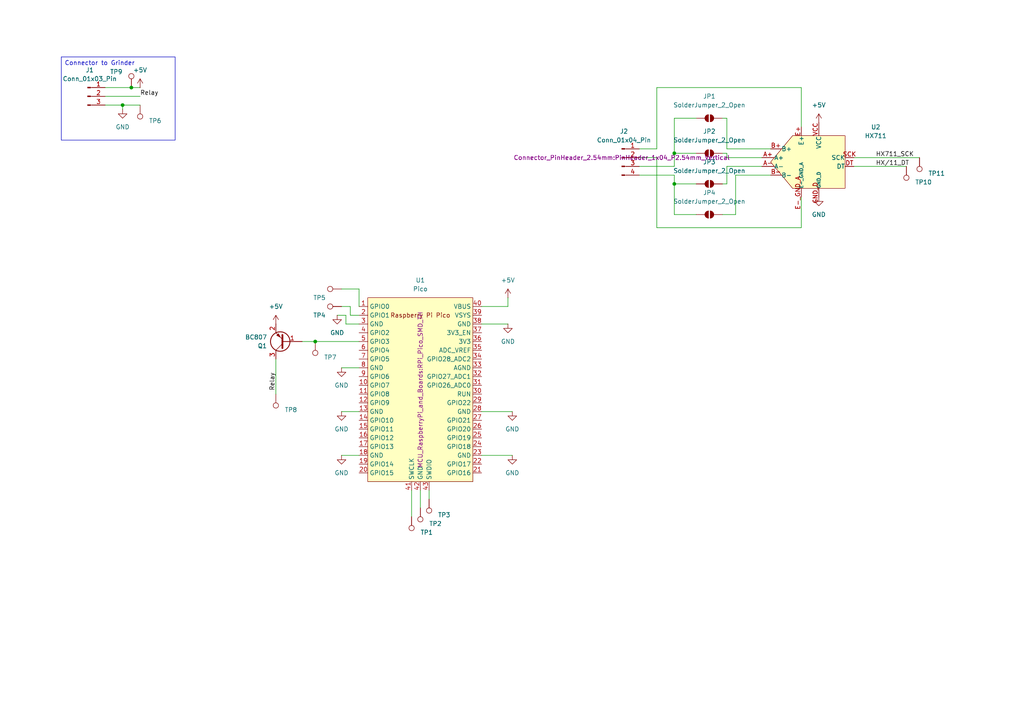
<source format=kicad_sch>
(kicad_sch (version 20231120) (generator "eeschema") (generator_version "8.0")
  (paper "A4")
  (lib_symbols
    (symbol "Connector:Conn_01x03_Pin" (pin_names (offset 1.016) hide)
      (property "Reference" "J" (at 0 5.08 0))
      (property "Value" "Conn_01x03_Pin" (at 0 -5.08 0))
      (symbol "Conn_01x03_Pin_1_1"
        (polyline (pts (xy 1.27 -2.54) (xy 0.8636 -2.54)) (stroke (width 0.1524)))
        (polyline (pts (xy 1.27 0) (xy 0.8636 0)) (stroke (width 0.1524)))
        (polyline (pts (xy 1.27 2.54) (xy 0.8636 2.54)) (stroke (width 0.1524)))
        (rectangle (start 0.8636 -2.413) (end 0 -2.667) (stroke (width 0.1524)) (fill (type outline)))
        (rectangle (start 0.8636 0.127) (end 0 -0.127) (stroke (width 0.1524)) (fill (type outline)))
        (rectangle (start 0.8636 2.667) (end 0 2.413) (stroke (width 0.1524)) (fill (type outline)))
        (pin passive line (at 5.08 2.54 180) (length 3.81) (name "Pin_1") (number "1"))
        (pin passive line (at 5.08 0 180) (length 3.81) (name "Pin_2") (number "2"))
        (pin passive line (at 5.08 -2.54 180) (length 3.81) (name "Pin_3") (number "3"))
      )
    )
    (symbol "Connector:Conn_01x04_Pin" (pin_names (offset 1.016) hide)
      (property "Reference" "J" (at 0 5.08 0))
      (property "Value" "Conn_01x04_Pin" (at 0 -7.62 0))
      (symbol "Conn_01x04_Pin_1_1"
        (polyline (pts (xy 1.27 -5.08) (xy 0.8636 -5.08)) (stroke (width 0.1524)))
        (polyline (pts (xy 1.27 -2.54) (xy 0.8636 -2.54)) (stroke (width 0.1524)))
        (polyline (pts (xy 1.27 0) (xy 0.8636 0)) (stroke (width 0.1524)))
        (polyline (pts (xy 1.27 2.54) (xy 0.8636 2.54)) (stroke (width 0.1524)))
        (rectangle (start 0.8636 -4.953) (end 0 -5.207) (stroke (width 0.1524)) (fill (type outline)))
        (rectangle (start 0.8636 -2.413) (end 0 -2.667) (stroke (width 0.1524)) (fill (type outline)))
        (rectangle (start 0.8636 0.127) (end 0 -0.127) (stroke (width 0.1524)) (fill (type outline)))
        (rectangle (start 0.8636 2.667) (end 0 2.413) (stroke (width 0.1524)) (fill (type outline)))
        (pin passive line (at 5.08 2.54 180) (length 3.81) (name "Pin_1") (number "1"))
        (pin passive line (at 5.08 0 180) (length 3.81) (name "Pin_2") (number "2"))
        (pin passive line (at 5.08 -2.54 180) (length 3.81) (name "Pin_3") (number "3"))
        (pin passive line (at 5.08 -5.08 180) (length 3.81) (name "Pin_4") (number "4"))
      )
    )
    (symbol "Connector:TestPoint" (pin_numbers hide) (pin_names (offset 0.762) hide)
      (property "Reference" "TP" (at 0 6.858 0))
      (property "Value" "TestPoint" (at 0 5.08 0))
      (symbol "TestPoint_0_1"
        (circle (center 0 3.302) (radius 0.762))
      )
      (symbol "TestPoint_1_1"
        (pin passive line (at 0 0 90) (length 2.54) (name "1") (number "1"))
      )
    )
    (symbol "Jumper:SolderJumper_2_Open" (pin_numbers hide) (pin_names (offset 0) hide) (exclude_from_sim yes) (in_bom no)
      (property "Reference" "JP" (at 0 2.032 0))
      (property "Value" "SolderJumper_2_Open" (at 0 -2.54 0))
      (symbol "SolderJumper_2_Open_0_1"
        (arc (start -0.254 1.016) (mid -1.2656 0) (end -0.254 -1.016))
        (arc (start -0.254 1.016) (mid -1.2656 0) (end -0.254 -1.016) (fill (type outline)))
        (polyline (pts (xy -0.254 1.016) (xy -0.254 -1.016)))
        (polyline (pts (xy 0.254 1.016) (xy 0.254 -1.016)))
        (arc (start 0.254 -1.016) (mid 1.2656 0) (end 0.254 1.016))
        (arc (start 0.254 -1.016) (mid 1.2656 0) (end 0.254 1.016) (fill (type outline)))
      )
      (symbol "SolderJumper_2_Open_1_1"
        (pin passive line (at -3.81 0 0) (length 2.54) (name "A") (number "1"))
        (pin passive line (at 3.81 0 180) (length 2.54) (name "B") (number "2"))
      )
    )
    (symbol "MCU_RaspberryPi_and_Boards:Pico"
      (property "Reference" "U" (at -13.97 27.94 0))
      (property "Value" "Pico" (at 0 19.05 0))
      (symbol "Pico_0_0"
        (text "Raspberry Pi Pico" (at 0 21.59 0) (effects (font (size 1.27 1.27))))
      )
      (symbol "Pico_0_1"
        (rectangle (start -15.24 26.67) (end 15.24 -26.67) (fill (type background)))
      )
      (symbol "Pico_1_1"
        (pin bidirectional line (at -17.78 24.13 0) (length 2.54) (name "GPIO0") (number "1"))
        (pin bidirectional line (at -17.78 1.27 0) (length 2.54) (name "GPIO7") (number "10"))
        (pin bidirectional line (at -17.78 -1.27 0) (length 2.54) (name "GPIO8") (number "11"))
        (pin bidirectional line (at -17.78 -3.81 0) (length 2.54) (name "GPIO9") (number "12"))
        (pin power_in line (at -17.78 -6.35 0) (length 2.54) (name "GND") (number "13"))
        (pin bidirectional line (at -17.78 -8.89 0) (length 2.54) (name "GPIO10") (number "14"))
        (pin bidirectional line (at -17.78 -11.43 0) (length 2.54) (name "GPIO11") (number "15"))
        (pin bidirectional line (at -17.78 -13.97 0) (length 2.54) (name "GPIO12") (number "16"))
        (pin bidirectional line (at -17.78 -16.51 0) (length 2.54) (name "GPIO13") (number "17"))
        (pin power_in line (at -17.78 -19.05 0) (length 2.54) (name "GND") (number "18"))
        (pin bidirectional line (at -17.78 -21.59 0) (length 2.54) (name "GPIO14") (number "19"))
        (pin bidirectional line (at -17.78 21.59 0) (length 2.54) (name "GPIO1") (number "2"))
        (pin bidirectional line (at -17.78 -24.13 0) (length 2.54) (name "GPIO15") (number "20"))
        (pin bidirectional line (at 17.78 -24.13 180) (length 2.54) (name "GPIO16") (number "21"))
        (pin bidirectional line (at 17.78 -21.59 180) (length 2.54) (name "GPIO17") (number "22"))
        (pin power_in line (at 17.78 -19.05 180) (length 2.54) (name "GND") (number "23"))
        (pin bidirectional line (at 17.78 -16.51 180) (length 2.54) (name "GPIO18") (number "24"))
        (pin bidirectional line (at 17.78 -13.97 180) (length 2.54) (name "GPIO19") (number "25"))
        (pin bidirectional line (at 17.78 -11.43 180) (length 2.54) (name "GPIO20") (number "26"))
        (pin bidirectional line (at 17.78 -8.89 180) (length 2.54) (name "GPIO21") (number "27"))
        (pin power_in line (at 17.78 -6.35 180) (length 2.54) (name "GND") (number "28"))
        (pin bidirectional line (at 17.78 -3.81 180) (length 2.54) (name "GPIO22") (number "29"))
        (pin power_in line (at -17.78 19.05 0) (length 2.54) (name "GND") (number "3"))
        (pin input line (at 17.78 -1.27 180) (length 2.54) (name "RUN") (number "30"))
        (pin bidirectional line (at 17.78 1.27 180) (length 2.54) (name "GPIO26_ADC0") (number "31"))
        (pin bidirectional line (at 17.78 3.81 180) (length 2.54) (name "GPIO27_ADC1") (number "32"))
        (pin power_in line (at 17.78 6.35 180) (length 2.54) (name "AGND") (number "33"))
        (pin bidirectional line (at 17.78 8.89 180) (length 2.54) (name "GPIO28_ADC2") (number "34"))
        (pin power_in line (at 17.78 11.43 180) (length 2.54) (name "ADC_VREF") (number "35"))
        (pin power_in line (at 17.78 13.97 180) (length 2.54) (name "3V3") (number "36"))
        (pin input line (at 17.78 16.51 180) (length 2.54) (name "3V3_EN") (number "37"))
        (pin bidirectional line (at 17.78 19.05 180) (length 2.54) (name "GND") (number "38"))
        (pin power_in line (at 17.78 21.59 180) (length 2.54) (name "VSYS") (number "39"))
        (pin bidirectional line (at -17.78 16.51 0) (length 2.54) (name "GPIO2") (number "4"))
        (pin power_in line (at 17.78 24.13 180) (length 2.54) (name "VBUS") (number "40"))
        (pin input line (at -2.54 -29.21 90) (length 2.54) (name "SWCLK") (number "41"))
        (pin power_in line (at 0 -29.21 90) (length 2.54) (name "GND") (number "42"))
        (pin bidirectional line (at 2.54 -29.21 90) (length 2.54) (name "SWDIO") (number "43"))
        (pin bidirectional line (at -17.78 13.97 0) (length 2.54) (name "GPIO3") (number "5"))
        (pin bidirectional line (at -17.78 11.43 0) (length 2.54) (name "GPIO4") (number "6"))
        (pin bidirectional line (at -17.78 8.89 0) (length 2.54) (name "GPIO5") (number "7"))
        (pin power_in line (at -17.78 6.35 0) (length 2.54) (name "GND") (number "8"))
        (pin bidirectional line (at -17.78 3.81 0) (length 2.54) (name "GPIO6") (number "9"))
      )
    )
    (symbol "Transistor_BJT:BC807" (pin_names (offset 0) hide)
      (property "Reference" "Q" (at 5.08 1.905 0))
      (property "Value" "BC807" (at 5.08 0 0))
      (symbol "BC807_0_1"
        (polyline (pts (xy 0.635 0.635) (xy 2.54 2.54)))
        (polyline (pts (xy 0.635 -0.635) (xy 2.54 -2.54) (xy 2.54 -2.54)))
        (polyline (pts (xy 0.635 1.905) (xy 0.635 -1.905) (xy 0.635 -1.905)) (stroke (width 0.508)))
        (polyline (pts (xy 2.286 -1.778) (xy 1.778 -2.286) (xy 1.27 -1.27) (xy 2.286 -1.778) (xy 2.286 -1.778)) (fill (type outline)))
        (circle (center 1.27 0) (radius 2.8194) (stroke (width 0.254)))
      )
      (symbol "BC807_1_1"
        (pin input line (at -5.08 0 0) (length 5.715) (name "B") (number "1"))
        (pin passive line (at 2.54 -5.08 90) (length 2.54) (name "E") (number "2"))
        (pin passive line (at 2.54 5.08 270) (length 2.54) (name "C") (number "3"))
      )
    )
    (symbol "hx711:HX711" (pin_names (offset 0.0254))
      (property "Reference" "U2" (at 16.51 10.1286 0))
      (property "Value" "HX711" (at 16.51 7.5886 0))
      (symbol "HX711_0_1"
        (polyline (pts (xy -7.62 7.62) (xy -13.97 0) (xy -7.62 -7.62)) (fill (type background)))
        (polyline (pts (xy -7.62 7.62) (xy 7.62 7.62) (xy 7.62 -7.62) (xy -7.62 -7.62)) (fill (type background)))
      )
      (symbol "HX711_1_1"
        (pin input line (at -16.51 1.27 0) (length 3.5052) (name "A+") (number "A+"))
        (pin input line (at -16.51 -1.27 0) (length 3.5052) (name "A-") (number "A-"))
        (pin input line (at -13.97 3.81 0) (length 3.0988) (name "B+") (number "B+"))
        (pin input line (at -13.97 -3.81 0) (length 3.0988) (name "B-") (number "B-"))
        (pin output line (at 10.16 -1.27 180) (length 2.54) (name "DT") (number "DT"))
        (pin power_in line (at -5.08 10.16 270) (length 2.4384) (name "E+") (number "E+"))
        (pin power_out line (at -5.08 -10.16 90) (length 2.4384) (name "E-_GND_A") (number "E-_GND_A"))
        (pin power_in line (at 0 -10.16 90) (length 2.4384) (name "GND_D") (number "GND_D"))
        (pin input line (at 10.16 1.27 180) (length 2.54) (name "SCK") (number "SCK"))
        (pin power_in line (at 0 11.43 270) (length 3.8354) (name "VCC") (number "VCC"))
      )
    )
    (symbol "power:+5V" (power) (pin_numbers hide) (pin_names (offset 0) hide)
      (property "Value" "+5V" (at 0 3.556 0))
      (symbol "+5V_0_1"
        (polyline (pts (xy -0.762 1.27) (xy 0 2.54)))
        (polyline (pts (xy 0 0) (xy 0 2.54)))
        (polyline (pts (xy 0 2.54) (xy 0.762 1.27)))
      )
      (symbol "+5V_1_1"
        (pin power_in line (at 0 0 90) (length 0) (name "~") (number "1"))
      )
    )
    (symbol "power:GND" (power) (pin_numbers hide) (pin_names (offset 0) hide)
      (property "Value" "GND" (at 0 -3.81 0))
      (symbol "GND_0_1"
        (polyline (pts (xy 0 0) (xy 0 -1.27) (xy 1.27 -1.27) (xy 0 -2.54) (xy -1.27 -1.27) (xy 0 -1.27)))
      )
      (symbol "GND_1_1"
        (pin power_in line (at 0 0 270) (length 0) (name "~") (number "1"))
      )
    )
  )
  (junction (at 195.58 53.34))
  (junction (at 38.1 25.4))
  (junction (at 35.56 30.48))
  (junction (at 195.58 44.45))
  (junction (at 91.44 99.06))
  (wire (pts (xy 139.7 119.38) (xy 148.59 119.38)))
  (wire (pts (xy 38.1 25.4) (xy 40.64 25.4)))
  (wire (pts (xy 210.82 48.26) (xy 220.98 48.26)))
  (wire (pts (xy 35.56 30.48) (xy 40.64 30.48)))
  (wire (pts (xy 195.58 50.8) (xy 195.58 53.34)))
  (wire (pts (xy 147.32 88.9) (xy 139.7 88.9)))
  (wire (pts (xy 99.06 106.68) (xy 104.14 106.68)))
  (wire (pts (xy 99.06 119.38) (xy 104.14 119.38)))
  (wire (pts (xy 30.48 30.48) (xy 35.56 30.48)))
  (wire (pts (xy 190.5 25.4) (xy 190.5 43.18)))
  (wire (pts (xy 247.65 45.72) (xy 266.7 45.72)))
  (wire (pts (xy 100.33 93.98) (xy 104.14 93.98)))
  (wire (pts (xy 190.5 43.18) (xy 185.42 43.18)))
  (wire (pts (xy 195.58 34.29) (xy 195.58 44.45)))
  (wire (pts (xy 213.36 50.8) (xy 213.36 62.23)))
  (wire (pts (xy 201.93 34.29) (xy 195.58 34.29)))
  (wire (pts (xy 121.92 142.24) (xy 121.92 147.32)))
  (wire (pts (xy 209.55 53.34) (xy 210.82 53.34)))
  (wire (pts (xy 30.48 25.4) (xy 38.1 25.4)))
  (wire (pts (xy 210.82 53.34) (xy 210.82 48.26)))
  (wire (pts (xy 232.41 25.4) (xy 190.5 25.4)))
  (wire (pts (xy 210.82 45.72) (xy 220.98 45.72)))
  (wire (pts (xy 97.79 91.44) (xy 100.33 91.44)))
  (wire (pts (xy 101.6 91.44) (xy 104.14 91.44)))
  (wire (pts (xy 99.06 83.82) (xy 104.14 83.82)))
  (wire (pts (xy 195.58 44.45) (xy 195.58 48.26)))
  (wire (pts (xy 210.82 43.18) (xy 223.52 43.18)))
  (wire (pts (xy 195.58 62.23) (xy 201.93 62.23)))
  (wire (pts (xy 139.7 132.08) (xy 148.59 132.08)))
  (wire (pts (xy 100.33 91.44) (xy 100.33 93.98)))
  (wire (pts (xy 232.41 57.15) (xy 232.41 66.04)))
  (wire (pts (xy 104.14 83.82) (xy 104.14 88.9)))
  (wire (pts (xy 209.55 34.29) (xy 210.82 34.29)))
  (wire (pts (xy 147.32 93.98) (xy 139.7 93.98)))
  (wire (pts (xy 99.06 132.08) (xy 104.14 132.08)))
  (wire (pts (xy 119.38 142.24) (xy 119.38 149.86)))
  (wire (pts (xy 101.6 88.9) (xy 101.6 91.44)))
  (wire (pts (xy 210.82 34.29) (xy 210.82 43.18)))
  (wire (pts (xy 209.55 44.45) (xy 210.82 44.45)))
  (wire (pts (xy 30.48 27.94) (xy 40.64 27.94)))
  (wire (pts (xy 209.55 62.23) (xy 213.36 62.23)))
  (wire (pts (xy 80.01 104.14) (xy 80.01 114.3)))
  (wire (pts (xy 190.5 66.04) (xy 190.5 45.72)))
  (wire (pts (xy 195.58 48.26) (xy 185.42 48.26)))
  (wire (pts (xy 99.06 88.9) (xy 101.6 88.9)))
  (wire (pts (xy 87.63 99.06) (xy 91.44 99.06)))
  (wire (pts (xy 147.32 86.36) (xy 147.32 88.9)))
  (wire (pts (xy 210.82 44.45) (xy 210.82 45.72)))
  (wire (pts (xy 247.65 48.26) (xy 262.89 48.26)))
  (wire (pts (xy 201.93 53.34) (xy 195.58 53.34)))
  (wire (pts (xy 35.56 30.48) (xy 35.56 31.75)))
  (wire (pts (xy 195.58 53.34) (xy 195.58 62.23)))
  (wire (pts (xy 232.41 66.04) (xy 190.5 66.04)))
  (wire (pts (xy 190.5 45.72) (xy 185.42 45.72)))
  (wire (pts (xy 223.52 50.8) (xy 213.36 50.8)))
  (wire (pts (xy 232.41 36.83) (xy 232.41 25.4)))
  (wire (pts (xy 124.46 142.24) (xy 124.46 144.78)))
  (wire (pts (xy 91.44 99.06) (xy 104.14 99.06)))
  (wire (pts (xy 185.42 50.8) (xy 195.58 50.8)))
  (wire (pts (xy 195.58 44.45) (xy 201.93 44.45)))
  (text_box "Connector to Grinder\n" (at 17.78 16.51 0) (size 33.02 24.13) (effects (font (size 1.27 1.27)) (justify left top)))
  (label "HX711_SCK" (at 254 45.72 0))
  (label "HX{slash}11_DT" (at 254 48.26 0))
  (label "Relay" (at 40.64 27.94 0))
  (label "Relay" (at 80.01 107.95 270))
  (symbol (lib_id "Connector:TestPoint") (at 91.44 99.06 0) (mirror x) (unit 1)
    (property "Reference" "TP7" (at 93.98 103.6321 0) (effects (justify left)))
    (property "Value" "TestPoint" (effects (hide yes)))
    (property "Footprint" "TestPoint:TestPoint_Pad_D2.0mm" (effects (hide yes)))
    (property "Description" "test point" (effects (hide yes)))
  )
  (symbol (lib_id "power:GND") (at 97.79 91.44 0) (unit 1)
    (property "Reference" "#PWR010" (effects (hide yes)))
    (property "Value" "GND" (at 97.79 96.52 0))
    (property "Description" "Power symbol creates a global label with name \"GND\" , ground" (effects (hide yes)))
  )
  (symbol (lib_id "MCU_RaspberryPi_and_Boards:Pico") (at 121.92 113.03 0) (unit 1)
    (property "Reference" "U1" (at 121.92 81.28 0))
    (property "Value" "Pico" (at 121.92 83.82 0))
    (property "Footprint" "MCU_RaspberryPi_and_Boards:RPi_Pico_SMD_TH" (at 121.92 113.03 90))
  )
  (symbol (lib_id "Connector:TestPoint") (at 99.06 88.9 90) (mirror x) (unit 1)
    (property "Reference" "TP4" (at 94.4879 91.44 90) (effects (justify left)))
    (property "Value" "TestPoint" (effects (hide yes)))
    (property "Footprint" "TestPoint:TestPoint_Pad_D2.0mm" (effects (hide yes)))
    (property "Description" "test point" (effects (hide yes)))
  )
  (symbol (lib_id "Connector:Conn_01x03_Pin") (at 25.4 27.94 0) (unit 1)
    (property "Reference" "J1" (at 26.035 20.32 0))
    (property "Value" "Conn_01x03_Pin" (at 26.035 22.86 0))
    (property "Footprint" "Connector_Wire:SolderWire-0.5sqmm_1x03_P4.6mm_D0.9mm_OD2.1mm_Relief" (effects (hide yes)))
    (property "Description" "Generic connector, single row, 01x03, script generated" (effects (hide yes)))
  )
  (symbol (lib_id "Connector:TestPoint") (at 121.92 147.32 0) (mirror x) (unit 1)
    (property "Reference" "TP2" (at 124.46 151.8921 0) (effects (justify left)))
    (property "Value" "TestPoint" (effects (hide yes)))
    (property "Footprint" "TestPoint:TestPoint_Pad_D2.0mm" (effects (hide yes)))
    (property "Description" "test point" (effects (hide yes)))
  )
  (symbol (lib_id "power:+5V") (at 237.49 35.56 0) (unit 1)
    (property "Reference" "#PWR012" (effects (hide yes)))
    (property "Value" "+5V" (at 237.49 30.48 0))
    (property "Description" "Power symbol creates a global label with name \"+5V\"" (effects (hide yes)))
  )
  (symbol (lib_id "Connector:TestPoint") (at 99.06 83.82 90) (mirror x) (unit 1)
    (property "Reference" "TP5" (at 94.4879 86.36 90) (effects (justify left)))
    (property "Value" "TestPoint" (effects (hide yes)))
    (property "Footprint" "TestPoint:TestPoint_Pad_D2.0mm" (effects (hide yes)))
    (property "Description" "test point" (effects (hide yes)))
  )
  (symbol (lib_id "power:+5V") (at 40.64 25.4 0) (unit 1)
    (property "Reference" "#PWR02" (effects (hide yes)))
    (property "Value" "+5V" (at 40.64 20.32 0))
    (property "Description" "Power symbol creates a global label with name \"+5V\"" (effects (hide yes)))
  )
  (symbol (lib_id "power:+5V") (at 147.32 86.36 0) (unit 1)
    (property "Reference" "#PWR03" (effects (hide yes)))
    (property "Value" "+5V" (at 147.32 81.28 0))
    (property "Description" "Power symbol creates a global label with name \"+5V\"" (effects (hide yes)))
  )
  (symbol (lib_id "power:GND") (at 99.06 119.38 0) (unit 1)
    (property "Reference" "#PWR08" (effects (hide yes)))
    (property "Value" "GND" (at 99.06 124.46 0))
    (property "Description" "Power symbol creates a global label with name \"GND\" , ground" (effects (hide yes)))
  )
  (symbol (lib_id "Transistor_BJT:BC807") (at 82.55 99.06 180) (unit 1)
    (property "Reference" "Q1" (at 77.47 100.3301 0) (effects (justify left)))
    (property "Value" "BC807" (at 77.47 97.7901 0) (effects (justify left)))
    (property "Footprint" "Package_TO_SOT_SMD:SOT-23" (effects (hide yes)))
    (property "Datasheet" "https://www.onsemi.com/pub/Collateral/BC808-D.pdf" (effects (hide yes)))
    (property "Description" "0.8A Ic, 45V Vce, PNP Transistor, SOT-23" (effects (hide yes)))
  )
  (symbol (lib_id "power:GND") (at 99.06 106.68 0) (unit 1)
    (property "Reference" "#PWR09" (effects (hide yes)))
    (property "Value" "GND" (at 99.06 111.76 0))
    (property "Description" "Power symbol creates a global label with name \"GND\" , ground" (effects (hide yes)))
  )
  (symbol (lib_id "Connector:TestPoint") (at 119.38 149.86 0) (mirror x) (unit 1)
    (property "Reference" "TP1" (at 121.92 154.4321 0) (effects (justify left)))
    (property "Value" "TestPoint" (effects (hide yes)))
    (property "Footprint" "TestPoint:TestPoint_Pad_D2.0mm" (effects (hide yes)))
    (property "Description" "test point" (effects (hide yes)))
  )
  (symbol (lib_id "Connector:TestPoint") (at 262.89 48.26 0) (mirror x) (unit 1)
    (property "Reference" "TP10" (at 265.43 52.8321 0) (effects (justify left)))
    (property "Value" "TestPoint" (effects (hide yes)))
    (property "Footprint" "TestPoint:TestPoint_Pad_D2.0mm" (effects (hide yes)))
    (property "Description" "test point" (effects (hide yes)))
  )
  (symbol (lib_id "power:GND") (at 147.32 93.98 0) (unit 1)
    (property "Reference" "#PWR04" (effects (hide yes)))
    (property "Value" "GND" (at 147.32 99.06 0))
    (property "Description" "Power symbol creates a global label with name \"GND\" , ground" (effects (hide yes)))
  )
  (symbol (lib_id "Jumper:SolderJumper_2_Open") (at 205.74 44.45 0) (unit 1) (exclude_from_sim yes) (in_bom no)
    (property "Reference" "JP2" (at 205.74 38.1 0))
    (property "Value" "SolderJumper_2_Open" (at 205.74 40.64 0))
    (property "Footprint" "Jumper:SolderJumper-2_P1.3mm_Open_TrianglePad1.0x1.5mm" (effects (hide yes)))
    (property "Description" "Solder Jumper, 2-pole, open" (effects (hide yes)))
  )
  (symbol (lib_id "Connector:TestPoint") (at 40.64 30.48 0) (mirror x) (unit 1)
    (property "Reference" "TP6" (at 43.18 35.0521 0) (effects (justify left)))
    (property "Value" "TestPoint" (effects (hide yes)))
    (property "Footprint" "TestPoint:TestPoint_Pad_D2.0mm" (effects (hide yes)))
    (property "Description" "test point" (effects (hide yes)))
  )
  (symbol (lib_id "power:GND") (at 237.49 57.15 0) (unit 1)
    (property "Reference" "#PWR011" (effects (hide yes)))
    (property "Value" "GND" (at 237.49 62.23 0))
    (property "Description" "Power symbol creates a global label with name \"GND\" , ground" (effects (hide yes)))
  )
  (symbol (lib_id "power:GND") (at 35.56 31.75 0) (unit 1)
    (property "Reference" "#PWR01" (effects (hide yes)))
    (property "Value" "GND" (at 35.56 36.83 0))
    (property "Description" "Power symbol creates a global label with name \"GND\" , ground" (effects (hide yes)))
  )
  (symbol (lib_id "power:GND") (at 148.59 132.08 0) (unit 1)
    (property "Reference" "#PWR06" (effects (hide yes)))
    (property "Value" "GND" (at 148.59 137.16 0))
    (property "Description" "Power symbol creates a global label with name \"GND\" , ground" (effects (hide yes)))
  )
  (symbol (lib_id "Jumper:SolderJumper_2_Open") (at 205.74 34.29 0) (unit 1) (exclude_from_sim yes) (in_bom no)
    (property "Reference" "JP1" (at 205.74 27.94 0))
    (property "Value" "SolderJumper_2_Open" (at 205.74 30.48 0))
    (property "Footprint" "Jumper:SolderJumper-2_P1.3mm_Open_TrianglePad1.0x1.5mm" (effects (hide yes)))
    (property "Description" "Solder Jumper, 2-pole, open" (effects (hide yes)))
  )
  (symbol (lib_id "Connector:Conn_01x04_Pin") (at 180.34 45.72 0) (unit 1)
    (property "Reference" "J2" (at 180.975 38.1 0))
    (property "Value" "Conn_01x04_Pin" (at 180.975 40.64 0))
    (property "Footprint" "Connector_PinHeader_2.54mm:PinHeader_1x04_P2.54mm_Vertical" (at 180.34 45.72 0))
    (property "Description" "Generic connector, single row, 01x04, script generated" (effects (hide yes)))
  )
  (symbol (lib_id "Jumper:SolderJumper_2_Open") (at 205.74 62.23 0) (unit 1) (exclude_from_sim yes) (in_bom no)
    (property "Reference" "JP4" (at 205.74 55.88 0))
    (property "Value" "SolderJumper_2_Open" (at 205.74 58.42 0))
    (property "Footprint" "Jumper:SolderJumper-2_P1.3mm_Open_TrianglePad1.0x1.5mm" (effects (hide yes)))
    (property "Description" "Solder Jumper, 2-pole, open" (effects (hide yes)))
  )
  (symbol (lib_id "Connector:TestPoint") (at 124.46 144.78 0) (mirror x) (unit 1)
    (property "Reference" "TP3" (at 127 149.3521 0) (effects (justify left)))
    (property "Value" "TestPoint" (effects (hide yes)))
    (property "Footprint" "TestPoint:TestPoint_Pad_D2.0mm" (effects (hide yes)))
    (property "Description" "test point" (effects (hide yes)))
  )
  (symbol (lib_id "Connector:TestPoint") (at 38.1 25.4 0) (mirror y) (unit 1)
    (property "Reference" "TP9" (at 35.56 20.8279 0) (effects (justify left)))
    (property "Value" "TestPoint" (effects (hide yes)))
    (property "Footprint" "TestPoint:TestPoint_Pad_D2.0mm" (effects (hide yes)))
    (property "Description" "test point" (effects (hide yes)))
  )
  (symbol (lib_id "power:GND") (at 148.59 119.38 0) (unit 1)
    (property "Reference" "#PWR05" (effects (hide yes)))
    (property "Value" "GND" (at 148.59 124.46 0))
    (property "Description" "Power symbol creates a global label with name \"GND\" , ground" (effects (hide yes)))
  )
  (symbol (lib_id "hx711:HX711") (at 237.49 46.99 0) (unit 1)
    (property "Reference" "U2" (at 254 36.8614 0))
    (property "Value" "HX711" (at 254 39.4014 0))
    (property "Footprint" "EigeneFootprints:hx711_module" (effects (hide yes)))
  )
  (symbol (lib_id "Connector:TestPoint") (at 80.01 114.3 0) (mirror x) (unit 1)
    (property "Reference" "TP8" (at 82.55 118.8721 0) (effects (justify left)))
    (property "Value" "TestPoint" (effects (hide yes)))
    (property "Footprint" "TestPoint:TestPoint_Pad_D2.0mm" (effects (hide yes)))
    (property "Description" "test point" (effects (hide yes)))
  )
  (symbol (lib_id "power:+5V") (at 80.01 93.98 0) (unit 1)
    (property "Reference" "#PWR013" (effects (hide yes)))
    (property "Value" "+5V" (at 80.01 88.9 0))
    (property "Description" "Power symbol creates a global label with name \"+5V\"" (effects (hide yes)))
  )
  (symbol (lib_id "Jumper:SolderJumper_2_Open") (at 205.74 53.34 0) (unit 1) (exclude_from_sim yes) (in_bom no)
    (property "Reference" "JP3" (at 205.74 46.99 0))
    (property "Value" "SolderJumper_2_Open" (at 205.74 49.53 0))
    (property "Footprint" "Jumper:SolderJumper-2_P1.3mm_Open_TrianglePad1.0x1.5mm" (effects (hide yes)))
    (property "Description" "Solder Jumper, 2-pole, open" (effects (hide yes)))
  )
  (symbol (lib_id "power:GND") (at 99.06 132.08 0) (unit 1)
    (property "Reference" "#PWR07" (effects (hide yes)))
    (property "Value" "GND" (at 99.06 137.16 0))
    (property "Description" "Power symbol creates a global label with name \"GND\" , ground" (effects (hide yes)))
  )
  (symbol (lib_id "Connector:TestPoint") (at 266.7 45.72 0) (mirror x) (unit 1)
    (property "Reference" "TP11" (at 269.24 50.2921 0) (effects (justify left)))
    (property "Value" "TestPoint" (effects (hide yes)))
    (property "Footprint" "TestPoint:TestPoint_Pad_D2.0mm" (effects (hide yes)))
    (property "Description" "test point" (effects (hide yes)))
  )
)
</source>
